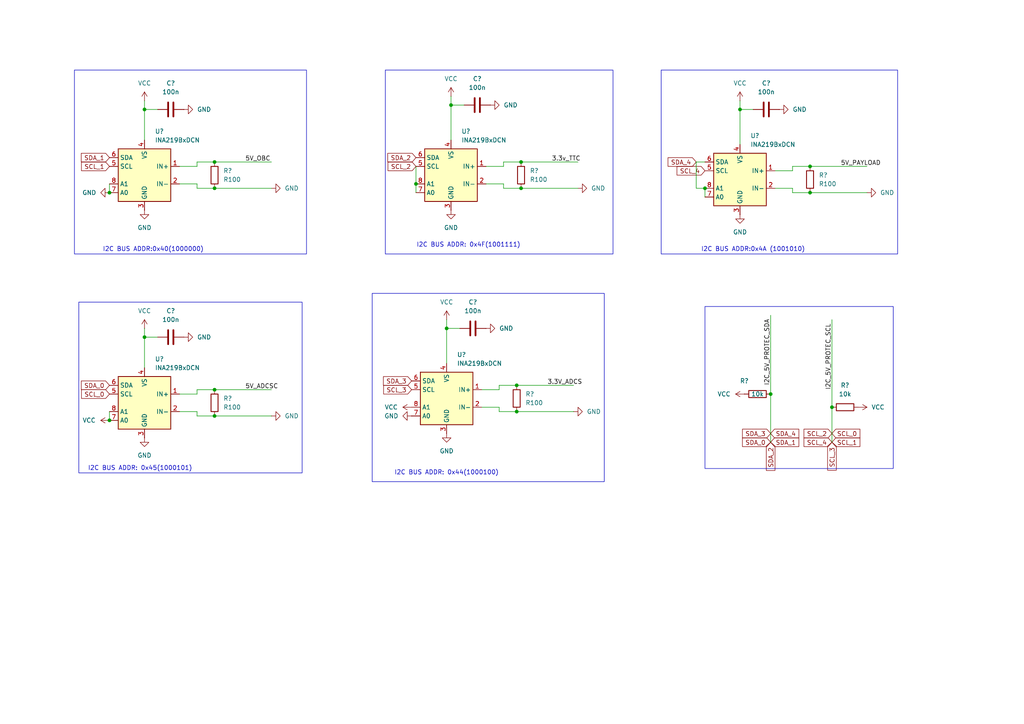
<source format=kicad_sch>
(kicad_sch (version 20231120) (generator "eeschema") (generator_version "8.0")
  (paper "A4")
  (title_block (date "V1"))
  (lib_symbols
    (symbol "Device:C" (pin_numbers hide) (pin_names (offset 0.254))
      (property "Reference" "C" (at 0.635 2.54 0))
      (property "Value" "C" (at 0.635 -2.54 0))
      (symbol "C_0_1"
        (polyline (pts (xy -2.032 -0.762) (xy 2.032 -0.762)) (stroke (width 0.508)))
        (polyline (pts (xy -2.032 0.762) (xy 2.032 0.762)) (stroke (width 0.508)))
      )
      (symbol "C_1_1"
        (pin passive line (at 0 3.81 270) (length 2.794) (name "~") (number "1"))
        (pin passive line (at 0 -3.81 90) (length 2.794) (name "~") (number "2"))
      )
    )
    (symbol "Device:R" (pin_numbers hide) (pin_names (offset 0))
      (property "Reference" "R" (at 2.032 0 90))
      (property "Value" "R" (at 0 0 90))
      (symbol "R_0_1"
        (rectangle (start -1.016 -2.54) (end 1.016 2.54) (stroke (width 0.254)))
      )
      (symbol "R_1_1"
        (pin passive line (at 0 3.81 270) (length 1.27) (name "~") (number "1"))
        (pin passive line (at 0 -3.81 90) (length 1.27) (name "~") (number "2"))
      )
    )
    (symbol "Sensor_Energy:INA219BxDCN"
      (property "Reference" "U" (at -6.35 8.89 0))
      (property "Value" "INA219BxDCN" (at 6.35 8.89 0))
      (symbol "INA219BxDCN_0_1"
        (rectangle (start -7.62 7.62) (end 7.62 -7.62) (stroke (width 0.254)) (fill (type background)))
      )
      (symbol "INA219BxDCN_1_1"
        (pin input line (at -10.16 2.54 0) (length 2.54) (name "IN+") (number "1"))
        (pin input line (at -10.16 -2.54 0) (length 2.54) (name "IN-") (number "2"))
        (pin power_in line (at 0 -10.16 90) (length 2.54) (name "GND") (number "3"))
        (pin power_in line (at 0 10.16 270) (length 2.54) (name "VS") (number "4"))
        (pin input line (at 10.16 2.54 180) (length 2.54) (name "SCL") (number "5"))
        (pin bidirectional line (at 10.16 5.08 180) (length 2.54) (name "SDA") (number "6"))
        (pin input line (at 10.16 -5.08 180) (length 2.54) (name "A0") (number "7"))
        (pin input line (at 10.16 -2.54 180) (length 2.54) (name "A1") (number "8"))
      )
    )
    (symbol "power:GND" (power) (pin_numbers hide) (pin_names (offset 0) hide)
      (property "Value" "GND" (at 0 -3.81 0))
      (symbol "GND_0_1"
        (polyline (pts (xy 0 0) (xy 0 -1.27) (xy 1.27 -1.27) (xy 0 -2.54) (xy -1.27 -1.27) (xy 0 -1.27)))
      )
      (symbol "GND_1_1"
        (pin power_in line (at 0 0 270) (length 0) (name "~") (number "1"))
      )
    )
    (symbol "power:VCC" (power) (pin_numbers hide) (pin_names (offset 0) hide)
      (property "Value" "VCC" (at 0 3.556 0))
      (symbol "VCC_0_1"
        (polyline (pts (xy -0.762 1.27) (xy 0 2.54)))
        (polyline (pts (xy 0 0) (xy 0 2.54)))
        (polyline (pts (xy 0 2.54) (xy 0.762 1.27)))
      )
      (symbol "VCC_1_1"
        (pin power_in line (at 0 0 90) (length 0) (name "~") (number "1"))
      )
    )
  )
  (junction (at 41.91 31.75))
  (junction (at 31.75 121.92))
  (junction (at 130.81 30.48))
  (junction (at 129.54 95.25))
  (junction (at 41.91 97.79))
  (junction (at 62.23 54.61))
  (junction (at 234.95 48.26))
  (junction (at 151.13 46.99))
  (junction (at 120.65 53.34))
  (junction (at 62.23 113.03))
  (junction (at 31.75 55.88))
  (junction (at 149.86 111.76))
  (junction (at 62.23 46.99))
  (junction (at 62.23 120.65))
  (junction (at 204.47 54.61))
  (junction (at 223.52 114.3))
  (junction (at 151.13 54.61))
  (junction (at 241.3 118.11))
  (junction (at 234.95 55.88))
  (junction (at 149.86 119.38))
  (junction (at 214.63 31.75))
  (wire (pts (xy 224.79 49.53) (xy 229.87 49.53)))
  (wire (pts (xy 229.87 55.88) (xy 234.95 55.88)))
  (wire (pts (xy 130.81 30.48) (xy 134.62 30.48)))
  (wire (pts (xy 214.63 31.75) (xy 214.63 41.91)))
  (wire (pts (xy 146.05 46.99) (xy 151.13 46.99)))
  (wire (pts (xy 144.78 113.03) (xy 144.78 111.76)))
  (wire (pts (xy 149.86 119.38) (xy 166.37 119.38)))
  (wire (pts (xy 57.15 113.03) (xy 62.23 113.03)))
  (wire (pts (xy 52.07 48.26) (xy 57.15 48.26)))
  (wire (pts (xy 204.47 54.61) (xy 201.93 54.61)))
  (wire (pts (xy 140.97 48.26) (xy 146.05 48.26)))
  (wire (pts (xy 146.05 53.34) (xy 146.05 54.61)))
  (wire (pts (xy 151.13 54.61) (xy 167.64 54.61)))
  (wire (pts (xy 129.54 92.71) (xy 129.54 95.25)))
  (wire (pts (xy 57.15 53.34) (xy 57.15 54.61)))
  (wire (pts (xy 57.15 46.99) (xy 62.23 46.99)))
  (wire (pts (xy 139.7 113.03) (xy 144.78 113.03)))
  (wire (pts (xy 57.15 119.38) (xy 57.15 120.65)))
  (wire (pts (xy 229.87 48.26) (xy 234.95 48.26)))
  (wire (pts (xy 149.86 111.76) (xy 166.37 111.76)))
  (wire (pts (xy 57.15 114.3) (xy 57.15 113.03)))
  (wire (pts (xy 57.15 48.26) (xy 57.15 46.99)))
  (wire (pts (xy 223.52 91.44) (xy 223.52 114.3)))
  (wire (pts (xy 130.81 30.48) (xy 130.81 40.64)))
  (wire (pts (xy 224.79 54.61) (xy 229.87 54.61)))
  (wire (pts (xy 31.75 53.34) (xy 31.75 55.88)))
  (wire (pts (xy 146.05 54.61) (xy 151.13 54.61)))
  (wire (pts (xy 41.91 97.79) (xy 45.72 97.79)))
  (wire (pts (xy 139.7 118.11) (xy 144.78 118.11)))
  (wire (pts (xy 120.65 48.26) (xy 120.65 53.34)))
  (wire (pts (xy 241.3 92.71) (xy 241.3 118.11)))
  (wire (pts (xy 129.54 95.25) (xy 133.35 95.25)))
  (wire (pts (xy 52.07 119.38) (xy 57.15 119.38)))
  (wire (pts (xy 204.47 54.61) (xy 204.47 57.15)))
  (wire (pts (xy 144.78 119.38) (xy 149.86 119.38)))
  (wire (pts (xy 57.15 54.61) (xy 62.23 54.61)))
  (wire (pts (xy 41.91 97.79) (xy 41.91 106.68)))
  (wire (pts (xy 31.75 119.38) (xy 31.75 121.92)))
  (wire (pts (xy 223.52 114.3) (xy 223.52 128.27)))
  (wire (pts (xy 140.97 53.34) (xy 146.05 53.34)))
  (wire (pts (xy 41.91 31.75) (xy 41.91 40.64)))
  (wire (pts (xy 151.13 46.99) (xy 167.64 46.99)))
  (wire (pts (xy 144.78 111.76) (xy 149.86 111.76)))
  (wire (pts (xy 52.07 114.3) (xy 57.15 114.3)))
  (wire (pts (xy 41.91 31.75) (xy 45.72 31.75)))
  (wire (pts (xy 241.3 118.11) (xy 241.3 128.27)))
  (wire (pts (xy 41.91 29.21) (xy 41.91 31.75)))
  (wire (pts (xy 146.05 48.26) (xy 146.05 46.99)))
  (wire (pts (xy 41.91 95.25) (xy 41.91 97.79)))
  (wire (pts (xy 57.15 120.65) (xy 62.23 120.65)))
  (wire (pts (xy 62.23 120.65) (xy 78.74 120.65)))
  (wire (pts (xy 129.54 95.25) (xy 129.54 105.41)))
  (wire (pts (xy 214.63 29.21) (xy 214.63 31.75)))
  (wire (pts (xy 144.78 118.11) (xy 144.78 119.38)))
  (wire (pts (xy 52.07 53.34) (xy 57.15 53.34)))
  (wire (pts (xy 229.87 54.61) (xy 229.87 55.88)))
  (wire (pts (xy 234.95 55.88) (xy 251.46 55.88)))
  (wire (pts (xy 229.87 49.53) (xy 229.87 48.26)))
  (wire (pts (xy 62.23 46.99) (xy 78.74 46.99)))
  (wire (pts (xy 62.23 113.03) (xy 78.74 113.03)))
  (wire (pts (xy 120.65 53.34) (xy 120.65 55.88)))
  (wire (pts (xy 62.23 54.61) (xy 78.74 54.61)))
  (wire (pts (xy 201.93 54.61) (xy 201.93 46.99)))
  (wire (pts (xy 204.47 46.99) (xy 201.93 46.99)))
  (wire (pts (xy 130.81 27.94) (xy 130.81 30.48)))
  (wire (pts (xy 214.63 31.75) (xy 218.44 31.75)))
  (wire (pts (xy 234.95 48.26) (xy 251.46 48.26)))
  (rectangle (start 111.76 20.32) (end 177.8 73.66))
  (rectangle (start 21.59 20.32) (end 88.9 73.66))
  (rectangle (start 107.95 85.09) (end 175.26 139.7))
  (rectangle (start 204.47 88.9) (end 259.08 135.89))
  (rectangle (start 191.77 20.32) (end 260.35 73.66))
  (rectangle (start 22.86 87.63) (end 87.63 137.16))
  (text "I2C BUS ADDR: 0x4F(1001111)" (at 135.89 71.12 0) (effects (font (size 1.27 1.27))))
  (text "I2C BUS ADDR:0x40(1000000)\n" (at 44.45 72.39 0) (effects (font (size 1.27 1.27))))
  (text "I2C BUS ADDR: 0x44(1000100)\n" (at 129.54 137.16 0) (effects (font (size 1.27 1.27))))
  (text "I2C BUS ADDR: 0x45(1000101)" (at 40.64 135.89 0) (effects (font (size 1.27 1.27))))
  (text "I2C BUS ADDR:0x4A (1001010)" (at 218.44 72.39 0) (effects (font (size 1.27 1.27))))
  (label "3.3v_TTC" (at 160.02 46.99 0))
  (label "5V_ADCSC" (at 71.12 113.03 0))
  (label "5V_OBC" (at 71.12 46.99 0))
  (label "3.3V_ADCS" (at 158.75 111.76 0))
  (label "5V_PAYLOAD" (at 243.84 48.26 0))
  (label "I2C_5V_PROTEC_SDA" (at 223.52 111.76 90))
  (label "I2C_5V_PROTEC_SCL" (at 241.3 113.03 90))
  (global_label "SCL_0" (shape input) (at 241.3 125.73 0) (property "Intersheetrefs" "${INTERSHEET_REFS}" (effects (hide yes))))
  (global_label "SCL_0" (shape input) (at 31.75 114.3 180) (property "Intersheetrefs" "${INTERSHEET_REFS}" (effects (hide yes))))
  (global_label "SCL_1" (shape input) (at 31.75 48.26 180) (property "Intersheetrefs" "${INTERSHEET_REFS}" (effects (hide yes))))
  (global_label "SCL_3" (shape input) (at 241.3 128.27 270) (property "Intersheetrefs" "${INTERSHEET_REFS}" (effects (hide yes))))
  (global_label "SDA_2" (shape input) (at 120.65 45.72 180) (property "Intersheetrefs" "${INTERSHEET_REFS}" (effects (hide yes))))
  (global_label "SDA_4" (shape input) (at 223.52 125.73 0) (property "Intersheetrefs" "${INTERSHEET_REFS}" (effects (hide yes))))
  (global_label "SCL_3" (shape input) (at 119.38 113.03 180) (property "Intersheetrefs" "${INTERSHEET_REFS}" (effects (hide yes))))
  (global_label "SDA_0" (shape input) (at 31.75 111.76 180) (property "Intersheetrefs" "${INTERSHEET_REFS}" (effects (hide yes))))
  (global_label "SCL_4" (shape input) (at 241.3 128.27 180) (property "Intersheetrefs" "${INTERSHEET_REFS}" (effects (hide yes))))
  (global_label "SDA_2" (shape input) (at 223.52 128.27 270) (property "Intersheetrefs" "${INTERSHEET_REFS}" (effects (hide yes))))
  (global_label "SDA_3" (shape input) (at 223.52 125.73 180) (property "Intersheetrefs" "${INTERSHEET_REFS}" (effects (hide yes))))
  (global_label "SCL_1" (shape input) (at 241.3 128.27 0) (property "Intersheetrefs" "${INTERSHEET_REFS}" (effects (hide yes))))
  (global_label "SCL_2" (shape input) (at 120.65 48.26 180) (property "Intersheetrefs" "${INTERSHEET_REFS}" (effects (hide yes))))
  (global_label "SDA_1" (shape input) (at 223.52 128.27 0) (property "Intersheetrefs" "${INTERSHEET_REFS}" (effects (hide yes))))
  (global_label "SDA_4" (shape input) (at 201.93 46.99 180) (property "Intersheetrefs" "${INTERSHEET_REFS}" (effects (hide yes))))
  (global_label "SCL_2" (shape input) (at 241.3 125.73 180) (property "Intersheetrefs" "${INTERSHEET_REFS}" (effects (hide yes))))
  (global_label "SDA_3" (shape input) (at 119.38 110.49 180) (property "Intersheetrefs" "${INTERSHEET_REFS}" (effects (hide yes))))
  (global_label "SCL_4" (shape input) (at 204.47 49.53 180) (property "Intersheetrefs" "${INTERSHEET_REFS}" (effects (hide yes))))
  (global_label "SDA_1" (shape input) (at 31.75 45.72 180) (property "Intersheetrefs" "${INTERSHEET_REFS}" (effects (hide yes))))
  (global_label "SDA_0" (shape input) (at 223.52 128.27 180) (property "Intersheetrefs" "${INTERSHEET_REFS}" (effects (hide yes))))
  (symbol (lib_id "Device:R") (at 62.23 116.84 0) (unit 1)
    (property "Reference" "R?" (at 64.77 115.5699 0) (effects (justify left)))
    (property "Value" "R100" (at 64.77 118.1099 0) (effects (justify left)))
    (property "Footprint" "Resistor_SMD:R_2512_6332Metric" (effects (hide yes)))
    (property "Description" "Resistor" (effects (hide yes)))
    (property "JLC PART NUMBER" "C2907569" (effects (hide yes)))
  )
  (symbol (lib_id "power:GND") (at 41.91 127 0) (unit 1)
    (property "Reference" "#PWR?" (effects (hide yes)))
    (property "Value" "GND" (at 41.91 132.08 0))
    (property "Description" "Power symbol creates a global label with name \"GND\" , ground" (effects (hide yes)))
  )
  (symbol (lib_id "Device:C") (at 138.43 30.48 90) (unit 1)
    (property "Reference" "C?" (at 138.43 22.86 90))
    (property "Value" "100n" (at 138.43 25.4 90))
    (property "Footprint" "Capacitor_SMD:C_0603_1608Metric" (effects (hide yes)))
    (property "Description" "Unpolarized capacitor" (effects (hide yes)))
    (property "JLC PART NUMBER" "C338036" (effects (hide yes)))
  )
  (symbol (lib_id "Device:C") (at 137.16 95.25 90) (unit 1)
    (property "Reference" "C?" (at 137.16 87.63 90))
    (property "Value" "100n" (at 137.16 90.17 90))
    (property "Footprint" "Capacitor_SMD:C_0603_1608Metric" (effects (hide yes)))
    (property "Description" "Unpolarized capacitor" (effects (hide yes)))
    (property "JLC PART NUMBER" "C338036" (effects (hide yes)))
  )
  (symbol (lib_id "Device:R") (at 245.11 118.11 90) (unit 1)
    (property "Reference" "R?" (at 245.11 111.76 90))
    (property "Value" "10k" (at 245.11 114.3 90))
    (property "Footprint" "Resistor_SMD:R_0603_1608Metric" (effects (hide yes)))
    (property "Description" "Resistor" (effects (hide yes)))
    (property "JLC PART NUMBER" "C328655" (effects (hide yes)))
  )
  (symbol (lib_id "power:VCC") (at 130.81 27.94 0) (unit 1)
    (property "Reference" "#PWR?" (effects (hide yes)))
    (property "Value" "VCC" (at 130.81 22.86 0))
    (property "Description" "Power symbol creates a global label with name \"VCC\"" (effects (hide yes)))
  )
  (symbol (lib_id "power:GND") (at 41.91 60.96 0) (unit 1)
    (property "Reference" "#PWR?" (effects (hide yes)))
    (property "Value" "GND" (at 41.91 66.04 0))
    (property "Description" "Power symbol creates a global label with name \"GND\" , ground" (effects (hide yes)))
  )
  (symbol (lib_id "power:GND") (at 78.74 120.65 90) (unit 1)
    (property "Reference" "#PWR?" (effects (hide yes)))
    (property "Value" "GND" (at 82.55 120.6499 90) (effects (justify right)))
    (property "Description" "Power symbol creates a global label with name \"GND\" , ground" (effects (hide yes)))
  )
  (symbol (lib_id "power:GND") (at 119.38 120.65 270) (unit 1)
    (property "Reference" "#PWR?" (effects (hide yes)))
    (property "Value" "GND" (at 115.57 120.6499 90) (effects (justify right)))
    (property "Description" "Power symbol creates a global label with name \"GND\" , ground" (effects (hide yes)))
  )
  (symbol (lib_id "power:GND") (at 53.34 97.79 90) (unit 1)
    (property "Reference" "#PWR?" (effects (hide yes)))
    (property "Value" "GND" (at 57.15 97.7899 90) (effects (justify right)))
    (property "Description" "Power symbol creates a global label with name \"GND\" , ground" (effects (hide yes)))
  )
  (symbol (lib_id "Sensor_Energy:INA219BxDCN") (at 130.81 50.8 0) (mirror y) (unit 1)
    (property "Reference" "U?" (at 133.8265 38.1 0) (effects (justify right)))
    (property "Value" "INA219BxDCN" (at 133.8265 40.64 0) (effects (justify right)))
    (property "Footprint" "Package_TO_SOT_SMD:SOT-23-8" (effects (hide yes)))
    (property "Datasheet" "http://www.ti.com/lit/ds/symlink/ina219.pdf" (effects (hide yes)))
    (property "Description" "Zero-Drift, HighAccuracy, Bidirectional Current/Power Monitor (0-26V) With I2C Interface, SOT-23-8" (effects (hide yes)))
    (property "JLC PART NUMBER" "C2653868" (effects (hide yes)))
  )
  (symbol (lib_id "Sensor_Energy:INA219BxDCN") (at 41.91 50.8 0) (mirror y) (unit 1)
    (property "Reference" "U?" (at 44.9265 38.1 0) (effects (justify right)))
    (property "Value" "INA219BxDCN" (at 44.9265 40.64 0) (effects (justify right)))
    (property "Footprint" "Package_TO_SOT_SMD:SOT-23-8" (effects (hide yes)))
    (property "Datasheet" "http://www.ti.com/lit/ds/symlink/ina219.pdf" (effects (hide yes)))
    (property "Description" "Zero-Drift, HighAccuracy, Bidirectional Current/Power Monitor (0-26V) With I2C Interface, SOT-23-8" (effects (hide yes)))
    (property "JLC PART NUMBER" "C2653868" (effects (hide yes)))
  )
  (symbol (lib_id "power:VCC") (at 119.38 118.11 90) (unit 1)
    (property "Reference" "#PWR?" (effects (hide yes)))
    (property "Value" "VCC" (at 115.3927 118.1099 90) (effects (justify left)))
    (property "Description" "Power symbol creates a global label with name \"VCC\"" (effects (hide yes)))
  )
  (symbol (lib_id "power:GND") (at 167.64 54.61 90) (unit 1)
    (property "Reference" "#PWR?" (effects (hide yes)))
    (property "Value" "GND" (at 171.45 54.6099 90) (effects (justify right)))
    (property "Description" "Power symbol creates a global label with name \"GND\" , ground" (effects (hide yes)))
  )
  (symbol (lib_id "Sensor_Energy:INA219BxDCN") (at 214.63 52.07 0) (mirror y) (unit 1)
    (property "Reference" "U?" (at 217.6465 39.37 0) (effects (justify right)))
    (property "Value" "INA219BxDCN" (at 217.6465 41.91 0) (effects (justify right)))
    (property "Footprint" "Package_TO_SOT_SMD:SOT-23-8" (effects (hide yes)))
    (property "Datasheet" "http://www.ti.com/lit/ds/symlink/ina219.pdf" (effects (hide yes)))
    (property "Description" "Zero-Drift, HighAccuracy, Bidirectional Current/Power Monitor (0-26V) With I2C Interface, SOT-23-8" (effects (hide yes)))
    (property "JLC PART NUMBER" "C2653868" (effects (hide yes)))
  )
  (symbol (lib_id "Device:C") (at 49.53 31.75 90) (unit 1)
    (property "Reference" "C?" (at 49.53 24.13 90))
    (property "Value" "100n" (at 49.53 26.67 90))
    (property "Footprint" "Capacitor_SMD:C_0603_1608Metric" (effects (hide yes)))
    (property "Description" "Unpolarized capacitor" (effects (hide yes)))
    (property "JLC PART NUMBER" "C338036" (effects (hide yes)))
  )
  (symbol (lib_id "power:GND") (at 130.81 60.96 0) (unit 1)
    (property "Reference" "#PWR?" (effects (hide yes)))
    (property "Value" "GND" (at 130.81 66.04 0))
    (property "Description" "Power symbol creates a global label with name \"GND\" , ground" (effects (hide yes)))
  )
  (symbol (lib_id "power:GND") (at 31.75 55.88 270) (unit 1)
    (property "Reference" "#PWR?" (effects (hide yes)))
    (property "Value" "GND" (at 27.94 55.8799 90) (effects (justify right)))
    (property "Description" "Power symbol creates a global label with name \"GND\" , ground" (effects (hide yes)))
  )
  (symbol (lib_id "power:VCC") (at 214.63 29.21 0) (unit 1)
    (property "Reference" "#PWR?" (effects (hide yes)))
    (property "Value" "VCC" (at 214.63 24.13 0))
    (property "Description" "Power symbol creates a global label with name \"VCC\"" (effects (hide yes)))
  )
  (symbol (lib_id "Sensor_Energy:INA219BxDCN") (at 41.91 116.84 0) (mirror y) (unit 1)
    (property "Reference" "U?" (at 44.9265 104.14 0) (effects (justify right)))
    (property "Value" "INA219BxDCN" (at 44.9265 106.68 0) (effects (justify right)))
    (property "Footprint" "Package_TO_SOT_SMD:SOT-23-8" (effects (hide yes)))
    (property "Datasheet" "http://www.ti.com/lit/ds/symlink/ina219.pdf" (effects (hide yes)))
    (property "Description" "Zero-Drift, HighAccuracy, Bidirectional Current/Power Monitor (0-26V) With I2C Interface, SOT-23-8" (effects (hide yes)))
    (property "JLC PART NUMBER" "C2653868" (effects (hide yes)))
  )
  (symbol (lib_id "power:GND") (at 226.06 31.75 90) (unit 1)
    (property "Reference" "#PWR?" (effects (hide yes)))
    (property "Value" "GND" (at 229.87 31.7499 90) (effects (justify right)))
    (property "Description" "Power symbol creates a global label with name \"GND\" , ground" (effects (hide yes)))
  )
  (symbol (lib_id "Device:R") (at 219.71 114.3 90) (unit 1)
    (property "Reference" "R?" (at 215.9 110.49 90))
    (property "Value" "10k" (at 219.71 114.3 90))
    (property "Footprint" "Resistor_SMD:R_0603_1608Metric" (effects (hide yes)))
    (property "Description" "Resistor" (effects (hide yes)))
    (property "JLC PART NUMBER" "C328655" (effects (hide yes)))
  )
  (symbol (lib_id "power:GND") (at 251.46 55.88 90) (unit 1)
    (property "Reference" "#PWR?" (effects (hide yes)))
    (property "Value" "GND" (at 255.27 55.8799 90) (effects (justify right)))
    (property "Description" "Power symbol creates a global label with name \"GND\" , ground" (effects (hide yes)))
  )
  (symbol (lib_id "power:VCC") (at 215.9 114.3 90) (unit 1)
    (property "Reference" "#PWR?" (effects (hide yes)))
    (property "Value" "VCC" (at 211.9127 114.2999 90) (effects (justify left)))
    (property "Description" "Power symbol creates a global label with name \"VCC\"" (effects (hide yes)))
  )
  (symbol (lib_id "Device:C") (at 49.53 97.79 90) (unit 1)
    (property "Reference" "C?" (at 49.53 90.17 90))
    (property "Value" "100n" (at 49.53 92.71 90))
    (property "Footprint" "Capacitor_SMD:C_0603_1608Metric" (effects (hide yes)))
    (property "Description" "Unpolarized capacitor" (effects (hide yes)))
    (property "JLC PART NUMBER" "C338036" (effects (hide yes)))
  )
  (symbol (lib_id "power:GND") (at 166.37 119.38 90) (unit 1)
    (property "Reference" "#PWR?" (effects (hide yes)))
    (property "Value" "GND" (at 170.18 119.3799 90) (effects (justify right)))
    (property "Description" "Power symbol creates a global label with name \"GND\" , ground" (effects (hide yes)))
  )
  (symbol (lib_id "power:GND") (at 142.24 30.48 90) (unit 1)
    (property "Reference" "#PWR?" (effects (hide yes)))
    (property "Value" "GND" (at 146.05 30.4799 90) (effects (justify right)))
    (property "Description" "Power symbol creates a global label with name \"GND\" , ground" (effects (hide yes)))
  )
  (symbol (lib_id "power:GND") (at 140.97 95.25 90) (unit 1)
    (property "Reference" "#PWR?" (effects (hide yes)))
    (property "Value" "GND" (at 144.78 95.2499 90) (effects (justify right)))
    (property "Description" "Power symbol creates a global label with name \"GND\" , ground" (effects (hide yes)))
  )
  (symbol (lib_id "power:VCC") (at 248.92 118.11 270) (unit 1)
    (property "Reference" "#PWR?" (effects (hide yes)))
    (property "Value" "VCC" (at 252.73 118.1099 90) (effects (justify left)))
    (property "Description" "Power symbol creates a global label with name \"VCC\"" (effects (hide yes)))
  )
  (symbol (lib_id "power:VCC") (at 31.75 121.92 90) (unit 1)
    (property "Reference" "#PWR?" (effects (hide yes)))
    (property "Value" "VCC" (at 27.7627 121.9199 90) (effects (justify left)))
    (property "Description" "Power symbol creates a global label with name \"VCC\"" (effects (hide yes)))
  )
  (symbol (lib_id "power:VCC") (at 41.91 29.21 0) (unit 1)
    (property "Reference" "#PWR?" (effects (hide yes)))
    (property "Value" "VCC" (at 41.91 24.13 0))
    (property "Description" "Power symbol creates a global label with name \"VCC\"" (effects (hide yes)))
  )
  (symbol (lib_id "power:GND") (at 78.74 54.61 90) (unit 1)
    (property "Reference" "#PWR?" (effects (hide yes)))
    (property "Value" "GND" (at 82.55 54.6099 90) (effects (justify right)))
    (property "Description" "Power symbol creates a global label with name \"GND\" , ground" (effects (hide yes)))
  )
  (symbol (lib_id "power:VCC") (at 41.91 95.25 0) (unit 1)
    (property "Reference" "#PWR?" (effects (hide yes)))
    (property "Value" "VCC" (at 41.91 90.17 0))
    (property "Description" "Power symbol creates a global label with name \"VCC\"" (effects (hide yes)))
  )
  (symbol (lib_id "Sensor_Energy:INA219BxDCN") (at 129.54 115.57 0) (mirror y) (unit 1)
    (property "Reference" "U?" (at 132.5565 102.87 0) (effects (justify right)))
    (property "Value" "INA219BxDCN" (at 132.5565 105.41 0) (effects (justify right)))
    (property "Footprint" "Package_TO_SOT_SMD:SOT-23-8" (effects (hide yes)))
    (property "Datasheet" "http://www.ti.com/lit/ds/symlink/ina219.pdf" (effects (hide yes)))
    (property "Description" "Zero-Drift, HighAccuracy, Bidirectional Current/Power Monitor (0-26V) With I2C Interface, SOT-23-8" (effects (hide yes)))
    (property "JLC PART NUMBER" "C2653868" (effects (hide yes)))
  )
  (symbol (lib_id "power:GND") (at 129.54 125.73 0) (unit 1)
    (property "Reference" "#PWR?" (effects (hide yes)))
    (property "Value" "GND" (at 129.54 130.81 0))
    (property "Description" "Power symbol creates a global label with name \"GND\" , ground" (effects (hide yes)))
  )
  (symbol (lib_id "Device:R") (at 151.13 50.8 0) (unit 1)
    (property "Reference" "R?" (at 153.67 49.5299 0) (effects (justify left)))
    (property "Value" "R100" (at 153.67 52.0699 0) (effects (justify left)))
    (property "Footprint" "Resistor_SMD:R_2512_6332Metric" (effects (hide yes)))
    (property "Description" "Resistor" (effects (hide yes)))
    (property "JLC PART NUMBER" "C2907569" (effects (hide yes)))
  )
  (symbol (lib_id "Device:C") (at 222.25 31.75 90) (unit 1)
    (property "Reference" "C?" (at 222.25 24.13 90))
    (property "Value" "100n" (at 222.25 26.67 90))
    (property "Footprint" "Capacitor_SMD:C_0603_1608Metric" (effects (hide yes)))
    (property "Description" "Unpolarized capacitor" (effects (hide yes)))
    (property "JLC PART NUMBER" "C338036" (effects (hide yes)))
  )
  (symbol (lib_id "Device:R") (at 149.86 115.57 0) (unit 1)
    (property "Reference" "R?" (at 152.4 114.2999 0) (effects (justify left)))
    (property "Value" "R100" (at 152.4 116.8399 0) (effects (justify left)))
    (property "Footprint" "Resistor_SMD:R_2512_6332Metric" (effects (hide yes)))
    (property "Description" "Resistor" (effects (hide yes)))
    (property "JLC PART NUMBER" "C2907569" (effects (hide yes)))
  )
  (symbol (lib_id "power:GND") (at 53.34 31.75 90) (unit 1)
    (property "Reference" "#PWR?" (effects (hide yes)))
    (property "Value" "GND" (at 57.15 31.7499 90) (effects (justify right)))
    (property "Description" "Power symbol creates a global label with name \"GND\" , ground" (effects (hide yes)))
  )
  (symbol (lib_id "power:VCC") (at 129.54 92.71 0) (unit 1)
    (property "Reference" "#PWR?" (effects (hide yes)))
    (property "Value" "VCC" (at 129.54 87.63 0))
    (property "Description" "Power symbol creates a global label with name \"VCC\"" (effects (hide yes)))
  )
  (symbol (lib_id "Device:R") (at 62.23 50.8 0) (unit 1)
    (property "Reference" "R?" (at 64.77 49.5299 0) (effects (justify left)))
    (property "Value" "R100" (at 64.77 52.0699 0) (effects (justify left)))
    (property "Footprint" "Resistor_SMD:R_2512_6332Metric" (effects (hide yes)))
    (property "Description" "Resistor" (effects (hide yes)))
    (property "JLC PART NUMBER" "C2907569" (effects (hide yes)))
  )
  (symbol (lib_id "power:GND") (at 214.63 62.23 0) (unit 1)
    (property "Reference" "#PWR?" (effects (hide yes)))
    (property "Value" "GND" (at 214.63 67.31 0))
    (property "Description" "Power symbol creates a global label with name \"GND\" , ground" (effects (hide yes)))
  )
  (symbol (lib_id "Device:R") (at 234.95 52.07 0) (unit 1)
    (property "Reference" "R?" (at 237.49 50.7999 0) (effects (justify left)))
    (property "Value" "R100" (at 237.49 53.3399 0) (effects (justify left)))
    (property "Footprint" "Resistor_SMD:R_2512_6332Metric" (effects (hide yes)))
    (property "Description" "Resistor" (effects (hide yes)))
    (property "JLC PART NUMBER" "C2907569" (effects (hide yes)))
  )
)
</source>
